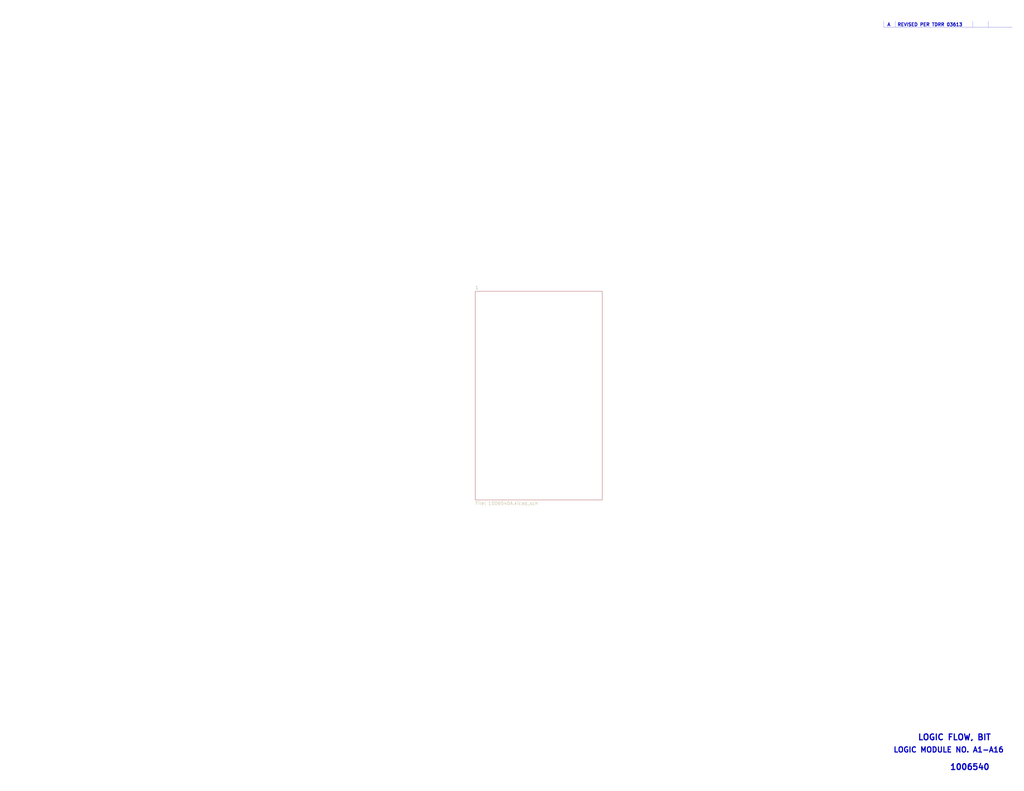
<source format=kicad_sch>
(kicad_sch (version 20211123) (generator eeschema)
  (paper "E")
  (lib_symbols)
  (polyline (pts (xy 1061.72 23.114) (xy 1061.72 29.591)) (stroke (width 0) (type solid)))
  (polyline (pts (xy 1078.611 23.114) (xy 1078.611 29.591)) (stroke (width 0) (type solid)))
  (polyline (pts (xy 964.311 23.114) (xy 964.311 29.591)) (stroke (width 0) (type solid)))
  (polyline (pts (xy 977.011 23.114) (xy 977.011 29.591)) (stroke (width 0) (type solid)))
  (polyline (pts (xy 964.311 29.591) (xy 1104.9 29.591)) (stroke (width 0) (type solid)))
  (text "LOGIC FLOW, BIT" (at 1001.395 808.99 0) (effects (font (size 6.35 6.35) (thickness 1.27) bold) (justify left bottom)))
  (text "LOGIC MODULE NO. A1-A16" (at 974.725 822.325 0) (effects (font (size 5.715 5.715) (thickness 1.143) bold) (justify left bottom)))
  (text "1006540" (at 1036.447 841.502 0) (effects (font (size 6.35 6.35) (thickness 1.27) bold) (justify left bottom)))
  (text "A   REVISED PER TDRR 03613" (at 968.121 29.083 0) (effects (font (size 3.556 3.556) (thickness 0.7112) bold) (justify left bottom)))
  (sheet (at 518.795 318.135) (size 138.43 227.965)
    (property "Sheet name" "1" (at 518.795 316.2804 0) (effects (font (size 3.556 3.556)) (justify left bottom)))
    (property "Sheet file" "1006540A.kicad_sch" (at 518.795 547.599 0) (effects (font (size 3.556 3.556)) (justify left top)))
  )
)
</source>
